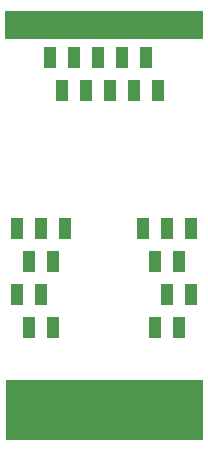
<source format=gbr>
G04 start of page 12 for group -4015 idx -4015 *
G04 Title: (unknown), toppaste *
G04 Creator: pcb 20110918 *
G04 CreationDate: Wed Nov 20 21:14:43 2013 UTC *
G04 For: fosse *
G04 Format: Gerber/RS-274X *
G04 PCB-Dimensions: 77000 162000 *
G04 PCB-Coordinate-Origin: lower left *
%MOIN*%
%FSLAX25Y25*%
%LNTOPPASTE*%
%ADD75R,0.0950X0.0950*%
%ADD74R,0.2000X0.2000*%
%ADD73R,0.0400X0.0400*%
G54D73*X18900Y145000D02*Y142000D01*
X26900Y145000D02*Y142000D01*
X22900Y134000D02*Y131000D01*
X30900Y134000D02*Y131000D01*
X34900Y145000D02*Y142000D01*
X42900Y145000D02*Y142000D01*
X38900Y134000D02*Y131000D01*
X46900Y134000D02*Y131000D01*
X50900Y145000D02*Y142000D01*
X54900Y134000D02*Y131000D01*
X7900Y88000D02*Y85000D01*
X15900Y88000D02*Y85000D01*
X11900Y77000D02*Y74000D01*
X19900Y77000D02*Y74000D01*
X7900Y66000D02*Y63000D01*
X15900Y66000D02*Y63000D01*
X11900Y55000D02*Y52000D01*
X19900Y55000D02*Y52000D01*
X23900Y88000D02*Y85000D01*
X65900Y88000D02*Y85000D01*
X57900Y88000D02*Y85000D01*
X61900Y77000D02*Y74000D01*
X53900Y77000D02*Y74000D01*
X65900Y66000D02*Y63000D01*
X57900Y66000D02*Y63000D01*
X61900Y55000D02*Y52000D01*
X53900Y55000D02*Y52000D01*
X49900Y88000D02*Y85000D01*
G54D74*X14400Y25800D02*X59900D01*
G54D75*X8650Y154250D02*X65150D01*
M02*

</source>
